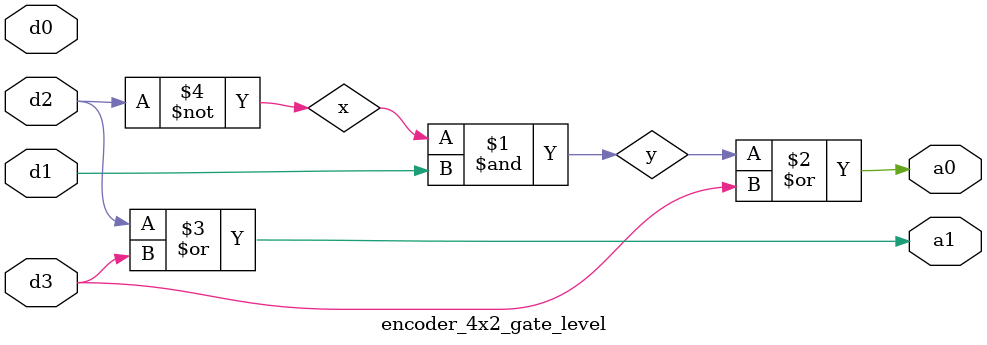
<source format=v>
`timescale 10ns/10ps

module encoder_4x2_gate_level (d0,d1,d2,d3,a0,a1);

input d0,d1,d2,d3;
output a0,a1;

wire x,y,z;

not g1(x,d2);
and g2(y,x,d1);
or g3(a0,y,d3);
or g4(a1,d2,d3);

endmodule
</source>
